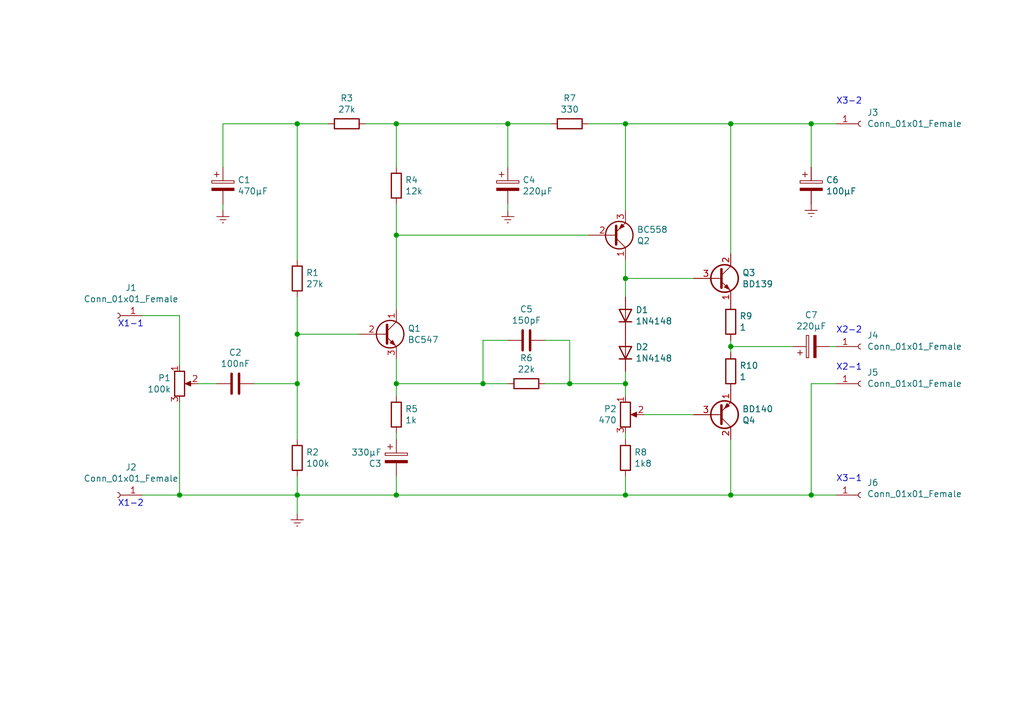
<source format=kicad_sch>
(kicad_sch (version 20211123) (generator eeschema)

  (uuid 56b3b386-65d5-4b78-8733-febc4dd167b7)

  (paper "A5")

  (title_block
    (title "Avdio Ojačevalnik")
    (date "20.10.2022")
    (company "Žan Hribar | E 4.A | Vegova Ljubljana")
  )

  (lib_symbols
    (symbol "Connector:Conn_01x01_Female" (pin_names (offset 1.016) hide) (in_bom yes) (on_board yes)
      (property "Reference" "J" (id 0) (at 0 2.54 0)
        (effects (font (size 1.27 1.27)))
      )
      (property "Value" "Conn_01x01_Female" (id 1) (at 0 -2.54 0)
        (effects (font (size 1.27 1.27)))
      )
      (property "Footprint" "" (id 2) (at 0 0 0)
        (effects (font (size 1.27 1.27)) hide)
      )
      (property "Datasheet" "~" (id 3) (at 0 0 0)
        (effects (font (size 1.27 1.27)) hide)
      )
      (property "ki_keywords" "connector" (id 4) (at 0 0 0)
        (effects (font (size 1.27 1.27)) hide)
      )
      (property "ki_description" "Generic connector, single row, 01x01, script generated (kicad-library-utils/schlib/autogen/connector/)" (id 5) (at 0 0 0)
        (effects (font (size 1.27 1.27)) hide)
      )
      (property "ki_fp_filters" "Connector*:*" (id 6) (at 0 0 0)
        (effects (font (size 1.27 1.27)) hide)
      )
      (symbol "Conn_01x01_Female_1_1"
        (polyline
          (pts
            (xy -1.27 0)
            (xy -0.508 0)
          )
          (stroke (width 0.1524) (type default) (color 0 0 0 0))
          (fill (type none))
        )
        (arc (start 0 0.508) (mid -0.508 0) (end 0 -0.508)
          (stroke (width 0.1524) (type default) (color 0 0 0 0))
          (fill (type none))
        )
        (pin passive line (at -5.08 0 0) (length 3.81)
          (name "Pin_1" (effects (font (size 1.27 1.27))))
          (number "1" (effects (font (size 1.27 1.27))))
        )
      )
    )
    (symbol "Device:C" (pin_numbers hide) (pin_names (offset 0.254)) (in_bom yes) (on_board yes)
      (property "Reference" "C" (id 0) (at 0.635 2.54 0)
        (effects (font (size 1.27 1.27)) (justify left))
      )
      (property "Value" "C" (id 1) (at 0.635 -2.54 0)
        (effects (font (size 1.27 1.27)) (justify left))
      )
      (property "Footprint" "" (id 2) (at 0.9652 -3.81 0)
        (effects (font (size 1.27 1.27)) hide)
      )
      (property "Datasheet" "~" (id 3) (at 0 0 0)
        (effects (font (size 1.27 1.27)) hide)
      )
      (property "ki_keywords" "cap capacitor" (id 4) (at 0 0 0)
        (effects (font (size 1.27 1.27)) hide)
      )
      (property "ki_description" "Unpolarized capacitor" (id 5) (at 0 0 0)
        (effects (font (size 1.27 1.27)) hide)
      )
      (property "ki_fp_filters" "C_*" (id 6) (at 0 0 0)
        (effects (font (size 1.27 1.27)) hide)
      )
      (symbol "C_0_1"
        (polyline
          (pts
            (xy -2.032 -0.762)
            (xy 2.032 -0.762)
          )
          (stroke (width 0.508) (type default) (color 0 0 0 0))
          (fill (type none))
        )
        (polyline
          (pts
            (xy -2.032 0.762)
            (xy 2.032 0.762)
          )
          (stroke (width 0.508) (type default) (color 0 0 0 0))
          (fill (type none))
        )
      )
      (symbol "C_1_1"
        (pin passive line (at 0 3.81 270) (length 2.794)
          (name "~" (effects (font (size 1.27 1.27))))
          (number "1" (effects (font (size 1.27 1.27))))
        )
        (pin passive line (at 0 -3.81 90) (length 2.794)
          (name "~" (effects (font (size 1.27 1.27))))
          (number "2" (effects (font (size 1.27 1.27))))
        )
      )
    )
    (symbol "Device:R" (pin_numbers hide) (pin_names (offset 0)) (in_bom yes) (on_board yes)
      (property "Reference" "R" (id 0) (at 2.032 0 90)
        (effects (font (size 1.27 1.27)))
      )
      (property "Value" "R" (id 1) (at 0 0 90)
        (effects (font (size 1.27 1.27)))
      )
      (property "Footprint" "" (id 2) (at -1.778 0 90)
        (effects (font (size 1.27 1.27)) hide)
      )
      (property "Datasheet" "~" (id 3) (at 0 0 0)
        (effects (font (size 1.27 1.27)) hide)
      )
      (property "ki_keywords" "R res resistor" (id 4) (at 0 0 0)
        (effects (font (size 1.27 1.27)) hide)
      )
      (property "ki_description" "Resistor" (id 5) (at 0 0 0)
        (effects (font (size 1.27 1.27)) hide)
      )
      (property "ki_fp_filters" "R_*" (id 6) (at 0 0 0)
        (effects (font (size 1.27 1.27)) hide)
      )
      (symbol "R_0_1"
        (rectangle (start -1.016 -2.54) (end 1.016 2.54)
          (stroke (width 0.254) (type default) (color 0 0 0 0))
          (fill (type none))
        )
      )
      (symbol "R_1_1"
        (pin passive line (at 0 3.81 270) (length 1.27)
          (name "~" (effects (font (size 1.27 1.27))))
          (number "1" (effects (font (size 1.27 1.27))))
        )
        (pin passive line (at 0 -3.81 90) (length 1.27)
          (name "~" (effects (font (size 1.27 1.27))))
          (number "2" (effects (font (size 1.27 1.27))))
        )
      )
    )
    (symbol "Diode:1N4148" (pin_numbers hide) (pin_names (offset 1.016) hide) (in_bom yes) (on_board yes)
      (property "Reference" "D" (id 0) (at 0 2.54 0)
        (effects (font (size 1.27 1.27)))
      )
      (property "Value" "1N4148" (id 1) (at 0 -2.54 0)
        (effects (font (size 1.27 1.27)))
      )
      (property "Footprint" "Diode_THT:D_DO-35_SOD27_P7.62mm_Horizontal" (id 2) (at 0 -4.445 0)
        (effects (font (size 1.27 1.27)) hide)
      )
      (property "Datasheet" "https://assets.nexperia.com/documents/data-sheet/1N4148_1N4448.pdf" (id 3) (at 0 0 0)
        (effects (font (size 1.27 1.27)) hide)
      )
      (property "ki_keywords" "diode" (id 4) (at 0 0 0)
        (effects (font (size 1.27 1.27)) hide)
      )
      (property "ki_description" "100V 0.15A standard switching diode, DO-35" (id 5) (at 0 0 0)
        (effects (font (size 1.27 1.27)) hide)
      )
      (property "ki_fp_filters" "D*DO?35*" (id 6) (at 0 0 0)
        (effects (font (size 1.27 1.27)) hide)
      )
      (symbol "1N4148_0_1"
        (polyline
          (pts
            (xy -1.27 1.27)
            (xy -1.27 -1.27)
          )
          (stroke (width 0.254) (type default) (color 0 0 0 0))
          (fill (type none))
        )
        (polyline
          (pts
            (xy 1.27 0)
            (xy -1.27 0)
          )
          (stroke (width 0) (type default) (color 0 0 0 0))
          (fill (type none))
        )
        (polyline
          (pts
            (xy 1.27 1.27)
            (xy 1.27 -1.27)
            (xy -1.27 0)
            (xy 1.27 1.27)
          )
          (stroke (width 0.254) (type default) (color 0 0 0 0))
          (fill (type none))
        )
      )
      (symbol "1N4148_1_1"
        (pin passive line (at -3.81 0 0) (length 2.54)
          (name "K" (effects (font (size 1.27 1.27))))
          (number "1" (effects (font (size 1.27 1.27))))
        )
        (pin passive line (at 3.81 0 180) (length 2.54)
          (name "A" (effects (font (size 1.27 1.27))))
          (number "2" (effects (font (size 1.27 1.27))))
        )
      )
    )
    (symbol "Transistor_BJT:BC547" (pin_names (offset 0) hide) (in_bom yes) (on_board yes)
      (property "Reference" "Q" (id 0) (at 5.08 1.905 0)
        (effects (font (size 1.27 1.27)) (justify left))
      )
      (property "Value" "BC547" (id 1) (at 5.08 0 0)
        (effects (font (size 1.27 1.27)) (justify left))
      )
      (property "Footprint" "Package_TO_SOT_THT:TO-92_Inline" (id 2) (at 5.08 -1.905 0)
        (effects (font (size 1.27 1.27) italic) (justify left) hide)
      )
      (property "Datasheet" "https://www.onsemi.com/pub/Collateral/BC550-D.pdf" (id 3) (at 0 0 0)
        (effects (font (size 1.27 1.27)) (justify left) hide)
      )
      (property "ki_keywords" "NPN Transistor" (id 4) (at 0 0 0)
        (effects (font (size 1.27 1.27)) hide)
      )
      (property "ki_description" "0.1A Ic, 45V Vce, Small Signal NPN Transistor, TO-92" (id 5) (at 0 0 0)
        (effects (font (size 1.27 1.27)) hide)
      )
      (property "ki_fp_filters" "TO?92*" (id 6) (at 0 0 0)
        (effects (font (size 1.27 1.27)) hide)
      )
      (symbol "BC547_0_1"
        (polyline
          (pts
            (xy 0 0)
            (xy 0.635 0)
          )
          (stroke (width 0) (type default) (color 0 0 0 0))
          (fill (type none))
        )
        (polyline
          (pts
            (xy 0.635 0.635)
            (xy 2.54 2.54)
          )
          (stroke (width 0) (type default) (color 0 0 0 0))
          (fill (type none))
        )
        (polyline
          (pts
            (xy 0.635 -0.635)
            (xy 2.54 -2.54)
            (xy 2.54 -2.54)
          )
          (stroke (width 0) (type default) (color 0 0 0 0))
          (fill (type none))
        )
        (polyline
          (pts
            (xy 0.635 1.905)
            (xy 0.635 -1.905)
            (xy 0.635 -1.905)
          )
          (stroke (width 0.508) (type default) (color 0 0 0 0))
          (fill (type none))
        )
        (polyline
          (pts
            (xy 1.27 -1.778)
            (xy 1.778 -1.27)
            (xy 2.286 -2.286)
            (xy 1.27 -1.778)
            (xy 1.27 -1.778)
          )
          (stroke (width 0) (type default) (color 0 0 0 0))
          (fill (type outline))
        )
        (circle (center 1.27 0) (radius 2.8194)
          (stroke (width 0.254) (type default) (color 0 0 0 0))
          (fill (type none))
        )
      )
      (symbol "BC547_1_1"
        (pin passive line (at 2.54 5.08 270) (length 2.54)
          (name "C" (effects (font (size 1.27 1.27))))
          (number "1" (effects (font (size 1.27 1.27))))
        )
        (pin input line (at -5.08 0 0) (length 5.08)
          (name "B" (effects (font (size 1.27 1.27))))
          (number "2" (effects (font (size 1.27 1.27))))
        )
        (pin passive line (at 2.54 -5.08 90) (length 2.54)
          (name "E" (effects (font (size 1.27 1.27))))
          (number "3" (effects (font (size 1.27 1.27))))
        )
      )
    )
    (symbol "Transistor_BJT:BC558" (pin_names (offset 0) hide) (in_bom yes) (on_board yes)
      (property "Reference" "Q" (id 0) (at 5.08 1.905 0)
        (effects (font (size 1.27 1.27)) (justify left))
      )
      (property "Value" "BC558" (id 1) (at 5.08 0 0)
        (effects (font (size 1.27 1.27)) (justify left))
      )
      (property "Footprint" "Package_TO_SOT_THT:TO-92_Inline" (id 2) (at 5.08 -1.905 0)
        (effects (font (size 1.27 1.27) italic) (justify left) hide)
      )
      (property "Datasheet" "https://www.onsemi.com/pub/Collateral/BC556BTA-D.pdf" (id 3) (at 0 0 0)
        (effects (font (size 1.27 1.27)) (justify left) hide)
      )
      (property "ki_keywords" "PNP Transistor" (id 4) (at 0 0 0)
        (effects (font (size 1.27 1.27)) hide)
      )
      (property "ki_description" "0.1A Ic, 30V Vce, PNP Small Signal Transistor, TO-92" (id 5) (at 0 0 0)
        (effects (font (size 1.27 1.27)) hide)
      )
      (property "ki_fp_filters" "TO?92*" (id 6) (at 0 0 0)
        (effects (font (size 1.27 1.27)) hide)
      )
      (symbol "BC558_0_1"
        (polyline
          (pts
            (xy 0.635 0.635)
            (xy 2.54 2.54)
          )
          (stroke (width 0) (type default) (color 0 0 0 0))
          (fill (type none))
        )
        (polyline
          (pts
            (xy 0.635 -0.635)
            (xy 2.54 -2.54)
            (xy 2.54 -2.54)
          )
          (stroke (width 0) (type default) (color 0 0 0 0))
          (fill (type none))
        )
        (polyline
          (pts
            (xy 0.635 1.905)
            (xy 0.635 -1.905)
            (xy 0.635 -1.905)
          )
          (stroke (width 0.508) (type default) (color 0 0 0 0))
          (fill (type none))
        )
        (polyline
          (pts
            (xy 2.286 -1.778)
            (xy 1.778 -2.286)
            (xy 1.27 -1.27)
            (xy 2.286 -1.778)
            (xy 2.286 -1.778)
          )
          (stroke (width 0) (type default) (color 0 0 0 0))
          (fill (type outline))
        )
        (circle (center 1.27 0) (radius 2.8194)
          (stroke (width 0.254) (type default) (color 0 0 0 0))
          (fill (type none))
        )
      )
      (symbol "BC558_1_1"
        (pin passive line (at 2.54 5.08 270) (length 2.54)
          (name "C" (effects (font (size 1.27 1.27))))
          (number "1" (effects (font (size 1.27 1.27))))
        )
        (pin input line (at -5.08 0 0) (length 5.715)
          (name "B" (effects (font (size 1.27 1.27))))
          (number "2" (effects (font (size 1.27 1.27))))
        )
        (pin passive line (at 2.54 -5.08 90) (length 2.54)
          (name "E" (effects (font (size 1.27 1.27))))
          (number "3" (effects (font (size 1.27 1.27))))
        )
      )
    )
    (symbol "Transistor_BJT:BD139" (pin_names (offset 0) hide) (in_bom yes) (on_board yes)
      (property "Reference" "Q" (id 0) (at 5.08 1.905 0)
        (effects (font (size 1.27 1.27)) (justify left))
      )
      (property "Value" "BD139" (id 1) (at 5.08 0 0)
        (effects (font (size 1.27 1.27)) (justify left))
      )
      (property "Footprint" "Package_TO_SOT_THT:TO-126-3_Vertical" (id 2) (at 5.08 -1.905 0)
        (effects (font (size 1.27 1.27) italic) (justify left) hide)
      )
      (property "Datasheet" "http://www.st.com/internet/com/TECHNICAL_RESOURCES/TECHNICAL_LITERATURE/DATASHEET/CD00001225.pdf" (id 3) (at 0 0 0)
        (effects (font (size 1.27 1.27)) (justify left) hide)
      )
      (property "ki_keywords" "Low Voltage Transistor" (id 4) (at 0 0 0)
        (effects (font (size 1.27 1.27)) hide)
      )
      (property "ki_description" "1.5A Ic, 80V Vce, Low Voltage Transistor, TO-126" (id 5) (at 0 0 0)
        (effects (font (size 1.27 1.27)) hide)
      )
      (property "ki_fp_filters" "TO?126*" (id 6) (at 0 0 0)
        (effects (font (size 1.27 1.27)) hide)
      )
      (symbol "BD139_0_1"
        (polyline
          (pts
            (xy 0 0)
            (xy 0.635 0)
          )
          (stroke (width 0) (type default) (color 0 0 0 0))
          (fill (type none))
        )
        (polyline
          (pts
            (xy 2.54 -2.54)
            (xy 0.635 -0.635)
          )
          (stroke (width 0) (type default) (color 0 0 0 0))
          (fill (type none))
        )
        (polyline
          (pts
            (xy 2.54 2.54)
            (xy 0.635 0.635)
          )
          (stroke (width 0) (type default) (color 0 0 0 0))
          (fill (type none))
        )
        (polyline
          (pts
            (xy 0.635 1.905)
            (xy 0.635 -1.905)
            (xy 0.635 -1.905)
          )
          (stroke (width 0.508) (type default) (color 0 0 0 0))
          (fill (type outline))
        )
        (polyline
          (pts
            (xy 1.2446 -1.778)
            (xy 1.7526 -1.27)
            (xy 2.286 -2.286)
            (xy 1.2446 -1.778)
            (xy 1.2446 -1.778)
          )
          (stroke (width 0) (type default) (color 0 0 0 0))
          (fill (type outline))
        )
        (circle (center 1.27 0) (radius 2.8194)
          (stroke (width 0.3048) (type default) (color 0 0 0 0))
          (fill (type none))
        )
      )
      (symbol "BD139_1_1"
        (pin passive line (at 2.54 -5.08 90) (length 2.54)
          (name "E" (effects (font (size 1.27 1.27))))
          (number "1" (effects (font (size 1.27 1.27))))
        )
        (pin passive line (at 2.54 5.08 270) (length 2.54)
          (name "C" (effects (font (size 1.27 1.27))))
          (number "2" (effects (font (size 1.27 1.27))))
        )
        (pin input line (at -5.08 0 0) (length 5.08)
          (name "B" (effects (font (size 1.27 1.27))))
          (number "3" (effects (font (size 1.27 1.27))))
        )
      )
    )
    (symbol "Transistor_BJT:BD140" (pin_names (offset 0) hide) (in_bom yes) (on_board yes)
      (property "Reference" "Q" (id 0) (at 5.08 1.905 0)
        (effects (font (size 1.27 1.27)) (justify left))
      )
      (property "Value" "BD140" (id 1) (at 5.08 0 0)
        (effects (font (size 1.27 1.27)) (justify left))
      )
      (property "Footprint" "Package_TO_SOT_THT:TO-126-3_Vertical" (id 2) (at 5.08 -1.905 0)
        (effects (font (size 1.27 1.27) italic) (justify left) hide)
      )
      (property "Datasheet" "http://www.st.com/internet/com/TECHNICAL_RESOURCES/TECHNICAL_LITERATURE/DATASHEET/CD00001225.pdf" (id 3) (at 0 0 0)
        (effects (font (size 1.27 1.27)) (justify left) hide)
      )
      (property "ki_keywords" "Low Voltage Transistor" (id 4) (at 0 0 0)
        (effects (font (size 1.27 1.27)) hide)
      )
      (property "ki_description" "1.5A Ic, 80V Vce, Low Voltage Transistor, TO-126" (id 5) (at 0 0 0)
        (effects (font (size 1.27 1.27)) hide)
      )
      (property "ki_fp_filters" "TO?126*" (id 6) (at 0 0 0)
        (effects (font (size 1.27 1.27)) hide)
      )
      (symbol "BD140_0_1"
        (polyline
          (pts
            (xy 0 0)
            (xy 0.635 0)
          )
          (stroke (width 0) (type default) (color 0 0 0 0))
          (fill (type none))
        )
        (polyline
          (pts
            (xy 2.54 -2.54)
            (xy 0.635 -0.635)
          )
          (stroke (width 0) (type default) (color 0 0 0 0))
          (fill (type none))
        )
        (polyline
          (pts
            (xy 2.54 2.54)
            (xy 0.635 0.635)
          )
          (stroke (width 0) (type default) (color 0 0 0 0))
          (fill (type none))
        )
        (polyline
          (pts
            (xy 0.635 1.905)
            (xy 0.635 -1.905)
            (xy 0.635 -1.905)
          )
          (stroke (width 0.508) (type default) (color 0 0 0 0))
          (fill (type outline))
        )
        (polyline
          (pts
            (xy 1.778 -2.286)
            (xy 2.286 -1.778)
            (xy 1.27 -1.27)
            (xy 1.778 -2.286)
            (xy 1.778 -2.286)
          )
          (stroke (width 0) (type default) (color 0 0 0 0))
          (fill (type outline))
        )
        (circle (center 1.27 0) (radius 2.8194)
          (stroke (width 0.3048) (type default) (color 0 0 0 0))
          (fill (type none))
        )
      )
      (symbol "BD140_1_1"
        (pin passive line (at 2.54 -5.08 90) (length 2.54)
          (name "E" (effects (font (size 1.27 1.27))))
          (number "1" (effects (font (size 1.27 1.27))))
        )
        (pin passive line (at 2.54 5.08 270) (length 2.54)
          (name "C" (effects (font (size 1.27 1.27))))
          (number "2" (effects (font (size 1.27 1.27))))
        )
        (pin input line (at -5.08 0 0) (length 5.08)
          (name "B" (effects (font (size 1.27 1.27))))
          (number "3" (effects (font (size 1.27 1.27))))
        )
      )
    )
    (symbol "avdio_ojačevalnik-rescue:CP-Device" (pin_numbers hide) (pin_names (offset 0.254)) (in_bom yes) (on_board yes)
      (property "Reference" "C" (id 0) (at 0.635 2.54 0)
        (effects (font (size 1.27 1.27)) (justify left))
      )
      (property "Value" "CP-Device" (id 1) (at 0.635 -2.54 0)
        (effects (font (size 1.27 1.27)) (justify left))
      )
      (property "Footprint" "" (id 2) (at 0.9652 -3.81 0)
        (effects (font (size 1.27 1.27)) hide)
      )
      (property "Datasheet" "" (id 3) (at 0 0 0)
        (effects (font (size 1.27 1.27)) hide)
      )
      (property "ki_fp_filters" "CP_*" (id 4) (at 0 0 0)
        (effects (font (size 1.27 1.27)) hide)
      )
      (symbol "CP-Device_0_1"
        (rectangle (start -2.286 0.508) (end 2.286 1.016)
          (stroke (width 0) (type default) (color 0 0 0 0))
          (fill (type none))
        )
        (polyline
          (pts
            (xy -1.778 2.286)
            (xy -0.762 2.286)
          )
          (stroke (width 0) (type default) (color 0 0 0 0))
          (fill (type none))
        )
        (polyline
          (pts
            (xy -1.27 2.794)
            (xy -1.27 1.778)
          )
          (stroke (width 0) (type default) (color 0 0 0 0))
          (fill (type none))
        )
        (rectangle (start 2.286 -0.508) (end -2.286 -1.016)
          (stroke (width 0) (type default) (color 0 0 0 0))
          (fill (type outline))
        )
      )
      (symbol "CP-Device_1_1"
        (pin passive line (at 0 3.81 270) (length 2.794)
          (name "~" (effects (font (size 1.27 1.27))))
          (number "1" (effects (font (size 1.27 1.27))))
        )
        (pin passive line (at 0 -3.81 90) (length 2.794)
          (name "~" (effects (font (size 1.27 1.27))))
          (number "2" (effects (font (size 1.27 1.27))))
        )
      )
    )
    (symbol "avdio_ojačevalnik-rescue:R_POT-Device" (pin_names (offset 1.016) hide) (in_bom yes) (on_board yes)
      (property "Reference" "RV" (id 0) (at -4.445 0 90)
        (effects (font (size 1.27 1.27)))
      )
      (property "Value" "R_POT-Device" (id 1) (at -2.54 0 90)
        (effects (font (size 1.27 1.27)))
      )
      (property "Footprint" "" (id 2) (at 0 0 0)
        (effects (font (size 1.27 1.27)) hide)
      )
      (property "Datasheet" "" (id 3) (at 0 0 0)
        (effects (font (size 1.27 1.27)) hide)
      )
      (property "ki_fp_filters" "Potentiometer*" (id 4) (at 0 0 0)
        (effects (font (size 1.27 1.27)) hide)
      )
      (symbol "R_POT-Device_0_1"
        (polyline
          (pts
            (xy 2.54 0)
            (xy 1.524 0)
          )
          (stroke (width 0) (type default) (color 0 0 0 0))
          (fill (type none))
        )
        (polyline
          (pts
            (xy 1.143 0)
            (xy 2.286 0.508)
            (xy 2.286 -0.508)
            (xy 1.143 0)
          )
          (stroke (width 0) (type default) (color 0 0 0 0))
          (fill (type outline))
        )
        (rectangle (start 1.016 2.54) (end -1.016 -2.54)
          (stroke (width 0.254) (type default) (color 0 0 0 0))
          (fill (type none))
        )
      )
      (symbol "R_POT-Device_1_1"
        (pin passive line (at 0 3.81 270) (length 1.27)
          (name "1" (effects (font (size 1.27 1.27))))
          (number "1" (effects (font (size 1.27 1.27))))
        )
        (pin passive line (at 3.81 0 180) (length 1.27)
          (name "2" (effects (font (size 1.27 1.27))))
          (number "2" (effects (font (size 1.27 1.27))))
        )
        (pin passive line (at 0 -3.81 90) (length 1.27)
          (name "3" (effects (font (size 1.27 1.27))))
          (number "3" (effects (font (size 1.27 1.27))))
        )
      )
    )
    (symbol "power:Earth" (power) (pin_names (offset 0)) (in_bom yes) (on_board yes)
      (property "Reference" "#PWR" (id 0) (at 0 -6.35 0)
        (effects (font (size 1.27 1.27)) hide)
      )
      (property "Value" "Earth" (id 1) (at 0 -3.81 0)
        (effects (font (size 1.27 1.27)) hide)
      )
      (property "Footprint" "" (id 2) (at 0 0 0)
        (effects (font (size 1.27 1.27)) hide)
      )
      (property "Datasheet" "~" (id 3) (at 0 0 0)
        (effects (font (size 1.27 1.27)) hide)
      )
      (property "ki_keywords" "power-flag ground gnd" (id 4) (at 0 0 0)
        (effects (font (size 1.27 1.27)) hide)
      )
      (property "ki_description" "Power symbol creates a global label with name \"Earth\"" (id 5) (at 0 0 0)
        (effects (font (size 1.27 1.27)) hide)
      )
      (symbol "Earth_0_1"
        (polyline
          (pts
            (xy -0.635 -1.905)
            (xy 0.635 -1.905)
          )
          (stroke (width 0) (type default) (color 0 0 0 0))
          (fill (type none))
        )
        (polyline
          (pts
            (xy -0.127 -2.54)
            (xy 0.127 -2.54)
          )
          (stroke (width 0) (type default) (color 0 0 0 0))
          (fill (type none))
        )
        (polyline
          (pts
            (xy 0 -1.27)
            (xy 0 0)
          )
          (stroke (width 0) (type default) (color 0 0 0 0))
          (fill (type none))
        )
        (polyline
          (pts
            (xy 1.27 -1.27)
            (xy -1.27 -1.27)
          )
          (stroke (width 0) (type default) (color 0 0 0 0))
          (fill (type none))
        )
      )
      (symbol "Earth_1_1"
        (pin power_in line (at 0 0 270) (length 0) hide
          (name "Earth" (effects (font (size 1.27 1.27))))
          (number "1" (effects (font (size 1.27 1.27))))
        )
      )
    )
  )

  (junction (at 166.37 25.4) (diameter 0) (color 0 0 0 0)
    (uuid 19e82014-29d9-4b84-b38f-79064b4646c7)
  )
  (junction (at 81.28 78.74) (diameter 0) (color 0 0 0 0)
    (uuid 1c25f21c-2eba-434b-a694-e36a2f71ed8a)
  )
  (junction (at 104.14 25.4) (diameter 0) (color 0 0 0 0)
    (uuid 3077ea49-67ea-49bf-a483-8ac93e4ae750)
  )
  (junction (at 60.96 68.58) (diameter 0) (color 0 0 0 0)
    (uuid 3ec658bd-4393-418e-9891-6ba2dc103054)
  )
  (junction (at 166.37 101.6) (diameter 0) (color 0 0 0 0)
    (uuid 53fd8ecb-35c3-4f06-9439-9974f0f09abd)
  )
  (junction (at 60.96 25.4) (diameter 0) (color 0 0 0 0)
    (uuid 62acd0ba-4788-42ee-83f7-69a72fbe818f)
  )
  (junction (at 149.86 71.12) (diameter 0) (color 0 0 0 0)
    (uuid 648638d8-51f2-414e-b07a-0afbe2dfd08e)
  )
  (junction (at 128.27 101.6) (diameter 0) (color 0 0 0 0)
    (uuid 71afa92d-d7d1-466c-ac70-02530f23eac8)
  )
  (junction (at 36.83 101.6) (diameter 0) (color 0 0 0 0)
    (uuid 7d12fd0a-4d6d-4d97-b156-a6d7e26b3dc4)
  )
  (junction (at 60.96 78.74) (diameter 0) (color 0 0 0 0)
    (uuid 96c10560-d1f4-402d-a6a5-79628be760f1)
  )
  (junction (at 116.84 78.74) (diameter 0) (color 0 0 0 0)
    (uuid 996bebb1-1ac4-46c6-a9b2-8659eed32bf3)
  )
  (junction (at 128.27 57.15) (diameter 0) (color 0 0 0 0)
    (uuid 99ca9b48-dd52-437d-9cf0-7199087d7bcb)
  )
  (junction (at 149.86 25.4) (diameter 0) (color 0 0 0 0)
    (uuid 99d5dc4c-ca6e-452b-8bb7-44621d6e48b1)
  )
  (junction (at 149.86 101.6) (diameter 0) (color 0 0 0 0)
    (uuid 9a0c29d4-66d3-4f40-b062-dae895f3f06c)
  )
  (junction (at 81.28 48.26) (diameter 0) (color 0 0 0 0)
    (uuid 9fe012ed-3026-482e-9cd3-f6689be01a46)
  )
  (junction (at 81.28 25.4) (diameter 0) (color 0 0 0 0)
    (uuid ac7c94fa-eb62-43ad-b088-fd9f4654f52f)
  )
  (junction (at 60.96 101.6) (diameter 0) (color 0 0 0 0)
    (uuid adba2a04-9c3a-4f81-8d31-ee1b7f4a57de)
  )
  (junction (at 128.27 78.74) (diameter 0) (color 0 0 0 0)
    (uuid b18572a8-6c59-4509-9e18-78e36304a2b5)
  )
  (junction (at 99.06 78.74) (diameter 0) (color 0 0 0 0)
    (uuid b59311f5-7beb-4064-a46d-9a902b1b9d26)
  )
  (junction (at 128.27 25.4) (diameter 0) (color 0 0 0 0)
    (uuid c938c1ff-90be-4b77-a271-b956265f6b37)
  )
  (junction (at 81.28 101.6) (diameter 0) (color 0 0 0 0)
    (uuid cebeedf2-bae2-4750-93ed-b19a33be3441)
  )

  (wire (pts (xy 120.65 25.4) (xy 128.27 25.4))
    (stroke (width 0) (type default) (color 0 0 0 0))
    (uuid 0003fabc-95d5-4cc2-86b5-dff7c6a609dc)
  )
  (wire (pts (xy 81.28 48.26) (xy 81.28 63.5))
    (stroke (width 0) (type default) (color 0 0 0 0))
    (uuid 009650d7-ee48-4e66-b086-6ef3ef8735ec)
  )
  (wire (pts (xy 60.96 60.96) (xy 60.96 68.58))
    (stroke (width 0) (type default) (color 0 0 0 0))
    (uuid 02a08b0f-b3a4-44e5-a6b3-801813057a9f)
  )
  (wire (pts (xy 81.28 78.74) (xy 99.06 78.74))
    (stroke (width 0) (type default) (color 0 0 0 0))
    (uuid 06ed089d-d2bc-4b2f-8041-0a2f2a7a7077)
  )
  (wire (pts (xy 104.14 25.4) (xy 113.03 25.4))
    (stroke (width 0) (type default) (color 0 0 0 0))
    (uuid 0d2b26a2-e1fd-4d41-ab9a-ef2ad30a443f)
  )
  (wire (pts (xy 36.83 101.6) (xy 60.96 101.6))
    (stroke (width 0) (type default) (color 0 0 0 0))
    (uuid 110ba92d-8629-4dcc-93e4-4c260907af1c)
  )
  (wire (pts (xy 99.06 69.85) (xy 99.06 78.74))
    (stroke (width 0) (type default) (color 0 0 0 0))
    (uuid 14bdba1e-ed0c-409f-9d02-9da750c2a632)
  )
  (wire (pts (xy 104.14 41.91) (xy 104.14 43.18))
    (stroke (width 0) (type default) (color 0 0 0 0))
    (uuid 15d11f89-8649-4fb2-b6b7-5146f576d151)
  )
  (wire (pts (xy 67.31 25.4) (xy 60.96 25.4))
    (stroke (width 0) (type default) (color 0 0 0 0))
    (uuid 1dac8b52-e616-40c8-a046-16eb549c4292)
  )
  (wire (pts (xy 74.93 25.4) (xy 81.28 25.4))
    (stroke (width 0) (type default) (color 0 0 0 0))
    (uuid 33fe190f-402b-42cd-b95c-56fcbaac5500)
  )
  (wire (pts (xy 45.72 41.91) (xy 45.72 43.18))
    (stroke (width 0) (type default) (color 0 0 0 0))
    (uuid 374a0b27-1903-4450-b0a2-587591e4e473)
  )
  (wire (pts (xy 60.96 101.6) (xy 81.28 101.6))
    (stroke (width 0) (type default) (color 0 0 0 0))
    (uuid 3aed9897-110b-4cb1-af7c-34d9de326cc5)
  )
  (wire (pts (xy 128.27 101.6) (xy 128.27 97.79))
    (stroke (width 0) (type default) (color 0 0 0 0))
    (uuid 3c920fe4-98f4-4ce4-ba88-4757486750af)
  )
  (wire (pts (xy 128.27 25.4) (xy 128.27 43.18))
    (stroke (width 0) (type default) (color 0 0 0 0))
    (uuid 44dacee3-67b7-4538-b81e-821da394218c)
  )
  (wire (pts (xy 81.28 41.91) (xy 81.28 48.26))
    (stroke (width 0) (type default) (color 0 0 0 0))
    (uuid 4991ab04-0b79-4f74-8fd8-ff4e11dc07ea)
  )
  (wire (pts (xy 60.96 53.34) (xy 60.96 25.4))
    (stroke (width 0) (type default) (color 0 0 0 0))
    (uuid 49a2fa52-ebba-46f3-addb-8bb60d85127c)
  )
  (wire (pts (xy 81.28 97.79) (xy 81.28 101.6))
    (stroke (width 0) (type default) (color 0 0 0 0))
    (uuid 5242309e-9f69-4fa6-a533-8102c3c17d90)
  )
  (wire (pts (xy 166.37 25.4) (xy 171.45 25.4))
    (stroke (width 0) (type default) (color 0 0 0 0))
    (uuid 5449ac73-6992-4696-86b9-585ed56e443c)
  )
  (wire (pts (xy 81.28 25.4) (xy 104.14 25.4))
    (stroke (width 0) (type default) (color 0 0 0 0))
    (uuid 55389c8d-91e1-4f3f-9db0-a5a628296380)
  )
  (wire (pts (xy 99.06 78.74) (xy 104.14 78.74))
    (stroke (width 0) (type default) (color 0 0 0 0))
    (uuid 5747f9af-a59d-4083-a66d-cdabb0ce68e9)
  )
  (wire (pts (xy 73.66 68.58) (xy 60.96 68.58))
    (stroke (width 0) (type default) (color 0 0 0 0))
    (uuid 59d33c5c-af1a-4756-b589-98d8b73ec660)
  )
  (wire (pts (xy 60.96 68.58) (xy 60.96 78.74))
    (stroke (width 0) (type default) (color 0 0 0 0))
    (uuid 60540917-d777-4cda-8a3c-cb6ce2a7e607)
  )
  (wire (pts (xy 149.86 69.85) (xy 149.86 71.12))
    (stroke (width 0) (type default) (color 0 0 0 0))
    (uuid 62dfadae-9d12-4dff-af37-4663b6ecf4f7)
  )
  (wire (pts (xy 149.86 52.07) (xy 149.86 25.4))
    (stroke (width 0) (type default) (color 0 0 0 0))
    (uuid 62fe3f9e-a711-4cf6-9327-17c2900cf22d)
  )
  (wire (pts (xy 149.86 25.4) (xy 166.37 25.4))
    (stroke (width 0) (type default) (color 0 0 0 0))
    (uuid 654a3f52-17e7-43db-bd0f-2f87f74b20ff)
  )
  (wire (pts (xy 171.45 71.12) (xy 170.18 71.12))
    (stroke (width 0) (type default) (color 0 0 0 0))
    (uuid 69240017-2eff-45b1-82ed-61ad1b1f1a77)
  )
  (wire (pts (xy 149.86 101.6) (xy 166.37 101.6))
    (stroke (width 0) (type default) (color 0 0 0 0))
    (uuid 75eec015-aa16-400d-ae41-3ec4ed68cc0c)
  )
  (wire (pts (xy 81.28 101.6) (xy 128.27 101.6))
    (stroke (width 0) (type default) (color 0 0 0 0))
    (uuid 7ac56df0-2ba3-4169-9037-86e9bc7be21b)
  )
  (wire (pts (xy 40.64 78.74) (xy 44.45 78.74))
    (stroke (width 0) (type default) (color 0 0 0 0))
    (uuid 82d6daf5-d67e-4136-82d5-9cf4ffbc8ccc)
  )
  (wire (pts (xy 111.76 69.85) (xy 116.84 69.85))
    (stroke (width 0) (type default) (color 0 0 0 0))
    (uuid 86851d37-f3e8-4665-aa9e-eeced39d148f)
  )
  (wire (pts (xy 149.86 71.12) (xy 149.86 72.39))
    (stroke (width 0) (type default) (color 0 0 0 0))
    (uuid 8b5342dc-c440-4dbb-9fbc-bf12d394b3e1)
  )
  (wire (pts (xy 104.14 69.85) (xy 99.06 69.85))
    (stroke (width 0) (type default) (color 0 0 0 0))
    (uuid 8cda9499-4870-49c2-8046-4b9c204f50a0)
  )
  (wire (pts (xy 111.76 78.74) (xy 116.84 78.74))
    (stroke (width 0) (type default) (color 0 0 0 0))
    (uuid 8f1238ab-0d82-499b-93d9-0cdf685833eb)
  )
  (wire (pts (xy 36.83 64.77) (xy 36.83 74.93))
    (stroke (width 0) (type default) (color 0 0 0 0))
    (uuid a1e7a025-5e3f-498e-95a0-e5adedd4bf35)
  )
  (wire (pts (xy 81.28 34.29) (xy 81.28 25.4))
    (stroke (width 0) (type default) (color 0 0 0 0))
    (uuid a5f6a257-6430-4129-ac17-8f497d84acaa)
  )
  (wire (pts (xy 142.24 57.15) (xy 128.27 57.15))
    (stroke (width 0) (type default) (color 0 0 0 0))
    (uuid aabfb142-8d87-4609-8b9d-29caf2a76b74)
  )
  (wire (pts (xy 128.27 76.2) (xy 128.27 78.74))
    (stroke (width 0) (type default) (color 0 0 0 0))
    (uuid ac5878d9-3465-412f-a11a-45a0ff2940eb)
  )
  (wire (pts (xy 166.37 78.74) (xy 171.45 78.74))
    (stroke (width 0) (type default) (color 0 0 0 0))
    (uuid ad15ee9e-55ee-4597-93b4-8f7d5b7ae748)
  )
  (wire (pts (xy 149.86 101.6) (xy 128.27 101.6))
    (stroke (width 0) (type default) (color 0 0 0 0))
    (uuid aef141ee-69c9-47eb-9951-85566c2d469c)
  )
  (wire (pts (xy 60.96 101.6) (xy 60.96 105.41))
    (stroke (width 0) (type default) (color 0 0 0 0))
    (uuid af45f469-5e67-4911-8c33-92ad6e09578d)
  )
  (wire (pts (xy 81.28 90.17) (xy 81.28 88.9))
    (stroke (width 0) (type default) (color 0 0 0 0))
    (uuid b82d3823-e6bd-4f3a-a8b3-0adbfc985d0c)
  )
  (wire (pts (xy 166.37 34.29) (xy 166.37 25.4))
    (stroke (width 0) (type default) (color 0 0 0 0))
    (uuid bd7d4670-a7d2-4ac6-b7c8-5475701bc21d)
  )
  (wire (pts (xy 36.83 82.55) (xy 36.83 101.6))
    (stroke (width 0) (type default) (color 0 0 0 0))
    (uuid c1832df3-b0d1-493e-94df-6b6414c412e7)
  )
  (wire (pts (xy 132.08 85.09) (xy 142.24 85.09))
    (stroke (width 0) (type default) (color 0 0 0 0))
    (uuid c57d0e74-5b1b-404a-855f-b8c0a9273b26)
  )
  (wire (pts (xy 60.96 25.4) (xy 45.72 25.4))
    (stroke (width 0) (type default) (color 0 0 0 0))
    (uuid cb242581-502b-4963-a739-4a262460e76c)
  )
  (wire (pts (xy 45.72 25.4) (xy 45.72 34.29))
    (stroke (width 0) (type default) (color 0 0 0 0))
    (uuid cb40a707-1745-4a70-a0da-30aa08739ad5)
  )
  (wire (pts (xy 52.07 78.74) (xy 60.96 78.74))
    (stroke (width 0) (type default) (color 0 0 0 0))
    (uuid cdf6a950-78a3-4251-9155-9e6aa971b89f)
  )
  (wire (pts (xy 149.86 90.17) (xy 149.86 101.6))
    (stroke (width 0) (type default) (color 0 0 0 0))
    (uuid ce3bf0d6-2f74-4f53-81c9-9ab7cd514fb9)
  )
  (wire (pts (xy 60.96 97.79) (xy 60.96 101.6))
    (stroke (width 0) (type default) (color 0 0 0 0))
    (uuid d391e41a-10ce-42ac-a411-26493d49ed1a)
  )
  (wire (pts (xy 128.27 90.17) (xy 128.27 88.9))
    (stroke (width 0) (type default) (color 0 0 0 0))
    (uuid d7ab492e-821f-4424-aa6d-e0eedf7120ed)
  )
  (wire (pts (xy 81.28 73.66) (xy 81.28 78.74))
    (stroke (width 0) (type default) (color 0 0 0 0))
    (uuid d83566e3-c0b7-44b7-aea0-2ef70467771e)
  )
  (wire (pts (xy 81.28 81.28) (xy 81.28 78.74))
    (stroke (width 0) (type default) (color 0 0 0 0))
    (uuid d8759e5a-70fc-4a15-b3fa-ddb45a7f2fb8)
  )
  (wire (pts (xy 36.83 64.77) (xy 29.21 64.77))
    (stroke (width 0) (type default) (color 0 0 0 0))
    (uuid d9c1a9b5-ca6f-46b9-92d6-aeaca14b8016)
  )
  (wire (pts (xy 166.37 101.6) (xy 171.45 101.6))
    (stroke (width 0) (type default) (color 0 0 0 0))
    (uuid da75db65-e357-4014-aeaa-f3ac56aed024)
  )
  (wire (pts (xy 116.84 69.85) (xy 116.84 78.74))
    (stroke (width 0) (type default) (color 0 0 0 0))
    (uuid db8d8112-53cf-4e5e-a905-c8db487ddca1)
  )
  (wire (pts (xy 162.56 71.12) (xy 149.86 71.12))
    (stroke (width 0) (type default) (color 0 0 0 0))
    (uuid e1366eab-a8fe-44c4-8c9a-968c86f035c2)
  )
  (wire (pts (xy 128.27 53.34) (xy 128.27 57.15))
    (stroke (width 0) (type default) (color 0 0 0 0))
    (uuid e4e29641-b5dc-4fd2-bfe2-072e20db983e)
  )
  (wire (pts (xy 116.84 78.74) (xy 128.27 78.74))
    (stroke (width 0) (type default) (color 0 0 0 0))
    (uuid e59431ed-ea75-4aa4-976f-0039d6c7f917)
  )
  (wire (pts (xy 128.27 57.15) (xy 128.27 60.96))
    (stroke (width 0) (type default) (color 0 0 0 0))
    (uuid eab67d08-fc68-46de-b9b5-01fc2e4a86ad)
  )
  (wire (pts (xy 149.86 25.4) (xy 128.27 25.4))
    (stroke (width 0) (type default) (color 0 0 0 0))
    (uuid f01fbc4c-74ff-41d1-b723-a6b90ab880e1)
  )
  (wire (pts (xy 120.65 48.26) (xy 81.28 48.26))
    (stroke (width 0) (type default) (color 0 0 0 0))
    (uuid f4fb209a-b970-41cd-b2cc-a092f491fb88)
  )
  (wire (pts (xy 166.37 78.74) (xy 166.37 101.6))
    (stroke (width 0) (type default) (color 0 0 0 0))
    (uuid f81012a0-86e4-4cc9-bf03-4bbed88ebb42)
  )
  (wire (pts (xy 29.21 101.6) (xy 36.83 101.6))
    (stroke (width 0) (type default) (color 0 0 0 0))
    (uuid f9bc43b1-a64a-4a3e-af3e-8b35e9cde9d1)
  )
  (wire (pts (xy 104.14 34.29) (xy 104.14 25.4))
    (stroke (width 0) (type default) (color 0 0 0 0))
    (uuid fae27575-7819-426a-a8bb-cfb71bc41d4f)
  )
  (wire (pts (xy 128.27 78.74) (xy 128.27 81.28))
    (stroke (width 0) (type default) (color 0 0 0 0))
    (uuid fd2c2349-c624-44e5-8a48-bcb82a36dce2)
  )
  (wire (pts (xy 60.96 78.74) (xy 60.96 90.17))
    (stroke (width 0) (type default) (color 0 0 0 0))
    (uuid ff8df14c-eeb0-403c-b580-b658919acb12)
  )

  (text "X1-2" (at 24.13 104.14 0)
    (effects (font (size 1.27 1.27)) (justify left bottom))
    (uuid 1cea06b7-4889-40f2-83d1-faa20690ef1a)
  )
  (text "X3-2" (at 171.45 21.59 0)
    (effects (font (size 1.27 1.27)) (justify left bottom))
    (uuid 559dbfec-7871-4b16-b83a-7d8ce7317aa5)
  )
  (text "X2-1" (at 171.45 76.2 0)
    (effects (font (size 1.27 1.27)) (justify left bottom))
    (uuid 5b58aab0-bb66-42b8-8680-c2b7e28d6149)
  )
  (text "X1-1" (at 24.13 67.31 0)
    (effects (font (size 1.27 1.27)) (justify left bottom))
    (uuid 69f72a4a-d2f2-44e0-9355-793b10dec1b5)
  )
  (text "X3-1\n" (at 171.45 99.06 0)
    (effects (font (size 1.27 1.27)) (justify left bottom))
    (uuid 978dbe80-39ed-407d-be60-ac34e5fb9121)
  )
  (text "X2-2\n" (at 171.45 68.58 0)
    (effects (font (size 1.27 1.27)) (justify left bottom))
    (uuid a9d49b6c-ccd9-45ec-ab57-b5648e481dfa)
  )

  (symbol (lib_id "avdio_ojačevalnik-rescue:R_POT-Device") (at 36.83 78.74 0) (unit 1)
    (in_bom yes) (on_board yes)
    (uuid 00000000-0000-0000-0000-00006318dbdb)
    (property "Reference" "P1" (id 0) (at 35.0774 77.5716 0)
      (effects (font (size 1.27 1.27)) (justify right))
    )
    (property "Value" "" (id 1) (at 35.0774 79.883 0)
      (effects (font (size 1.27 1.27)) (justify right))
    )
    (property "Footprint" "" (id 2) (at 36.83 78.74 0)
      (effects (font (size 1.27 1.27)) hide)
    )
    (property "Datasheet" "~" (id 3) (at 36.83 78.74 0)
      (effects (font (size 1.27 1.27)) hide)
    )
    (pin "1" (uuid 5b7d7e35-8f4c-4a99-baf5-25d30649336a))
    (pin "2" (uuid b92200da-cbd8-4221-a8b2-36e8597cb41d))
    (pin "3" (uuid ab004125-d28f-4642-ba90-19c6ec3c305d))
  )

  (symbol (lib_id "Device:C") (at 48.26 78.74 270) (unit 1)
    (in_bom yes) (on_board yes)
    (uuid 00000000-0000-0000-0000-00006318f632)
    (property "Reference" "C2" (id 0) (at 48.26 72.3392 90))
    (property "Value" "" (id 1) (at 48.26 74.6506 90))
    (property "Footprint" "" (id 2) (at 44.45 79.7052 0)
      (effects (font (size 1.27 1.27)) hide)
    )
    (property "Datasheet" "~" (id 3) (at 48.26 78.74 0)
      (effects (font (size 1.27 1.27)) hide)
    )
    (pin "1" (uuid 5608b194-429a-4695-9b75-ce5de2132609))
    (pin "2" (uuid 19ad6de1-f2f0-4eb4-a988-90300e8fd75f))
  )

  (symbol (lib_id "Device:R") (at 60.96 57.15 0) (unit 1)
    (in_bom yes) (on_board yes)
    (uuid 00000000-0000-0000-0000-00006318fc0b)
    (property "Reference" "R1" (id 0) (at 62.738 55.9816 0)
      (effects (font (size 1.27 1.27)) (justify left))
    )
    (property "Value" "" (id 1) (at 62.738 58.293 0)
      (effects (font (size 1.27 1.27)) (justify left))
    )
    (property "Footprint" "" (id 2) (at 59.182 57.15 90)
      (effects (font (size 1.27 1.27)) hide)
    )
    (property "Datasheet" "~" (id 3) (at 60.96 57.15 0)
      (effects (font (size 1.27 1.27)) hide)
    )
    (pin "1" (uuid 116c79a8-8d95-4147-bfa9-bea347f8d215))
    (pin "2" (uuid dc2dc89e-d87f-43bb-84dd-67fc517aba2c))
  )

  (symbol (lib_id "Device:R") (at 60.96 93.98 0) (unit 1)
    (in_bom yes) (on_board yes)
    (uuid 00000000-0000-0000-0000-000063190614)
    (property "Reference" "R2" (id 0) (at 62.738 92.8116 0)
      (effects (font (size 1.27 1.27)) (justify left))
    )
    (property "Value" "" (id 1) (at 62.738 95.123 0)
      (effects (font (size 1.27 1.27)) (justify left))
    )
    (property "Footprint" "" (id 2) (at 59.182 93.98 90)
      (effects (font (size 1.27 1.27)) hide)
    )
    (property "Datasheet" "~" (id 3) (at 60.96 93.98 0)
      (effects (font (size 1.27 1.27)) hide)
    )
    (pin "1" (uuid e4fef3d5-96e6-4f96-8771-5a142415eb46))
    (pin "2" (uuid 4af51ef9-c4b0-431c-b511-c8dbb007be71))
  )

  (symbol (lib_id "power:Earth") (at 60.96 105.41 0) (unit 1)
    (in_bom yes) (on_board yes)
    (uuid 00000000-0000-0000-0000-000063191bc5)
    (property "Reference" "#PWR0101" (id 0) (at 60.96 111.76 0)
      (effects (font (size 1.27 1.27)) hide)
    )
    (property "Value" "" (id 1) (at 60.96 109.22 0)
      (effects (font (size 1.27 1.27)) hide)
    )
    (property "Footprint" "" (id 2) (at 60.96 105.41 0)
      (effects (font (size 1.27 1.27)) hide)
    )
    (property "Datasheet" "~" (id 3) (at 60.96 105.41 0)
      (effects (font (size 1.27 1.27)) hide)
    )
    (pin "1" (uuid e0a638bd-252b-430b-b07f-b175732d68c8))
  )

  (symbol (lib_id "Device:R") (at 81.28 85.09 0) (unit 1)
    (in_bom yes) (on_board yes)
    (uuid 00000000-0000-0000-0000-00006319245d)
    (property "Reference" "R5" (id 0) (at 83.058 83.9216 0)
      (effects (font (size 1.27 1.27)) (justify left))
    )
    (property "Value" "" (id 1) (at 83.058 86.233 0)
      (effects (font (size 1.27 1.27)) (justify left))
    )
    (property "Footprint" "" (id 2) (at 79.502 85.09 90)
      (effects (font (size 1.27 1.27)) hide)
    )
    (property "Datasheet" "~" (id 3) (at 81.28 85.09 0)
      (effects (font (size 1.27 1.27)) hide)
    )
    (pin "1" (uuid de666844-d680-46ee-bbdb-892716b27cdb))
    (pin "2" (uuid 44d260d9-b9ee-40bb-aa64-a09ca42bdde8))
  )

  (symbol (lib_id "Device:R") (at 81.28 38.1 0) (unit 1)
    (in_bom yes) (on_board yes)
    (uuid 00000000-0000-0000-0000-000063193732)
    (property "Reference" "R4" (id 0) (at 83.058 36.9316 0)
      (effects (font (size 1.27 1.27)) (justify left))
    )
    (property "Value" "" (id 1) (at 83.058 39.243 0)
      (effects (font (size 1.27 1.27)) (justify left))
    )
    (property "Footprint" "" (id 2) (at 79.502 38.1 90)
      (effects (font (size 1.27 1.27)) hide)
    )
    (property "Datasheet" "~" (id 3) (at 81.28 38.1 0)
      (effects (font (size 1.27 1.27)) hide)
    )
    (pin "1" (uuid 39d00007-9739-4361-9a41-5bba942abaa0))
    (pin "2" (uuid f34a6856-e404-4681-a4d2-24aafe6d83d3))
  )

  (symbol (lib_id "avdio_ojačevalnik-rescue:CP-Device") (at 45.72 38.1 0) (unit 1)
    (in_bom yes) (on_board yes)
    (uuid 00000000-0000-0000-0000-0000631938ab)
    (property "Reference" "C1" (id 0) (at 48.7172 36.9316 0)
      (effects (font (size 1.27 1.27)) (justify left))
    )
    (property "Value" "" (id 1) (at 48.7172 39.243 0)
      (effects (font (size 1.27 1.27)) (justify left))
    )
    (property "Footprint" "" (id 2) (at 46.6852 41.91 0)
      (effects (font (size 1.27 1.27)) hide)
    )
    (property "Datasheet" "~" (id 3) (at 45.72 38.1 0)
      (effects (font (size 1.27 1.27)) hide)
    )
    (pin "1" (uuid 86858674-4f95-4ea6-b823-2b4147234a3a))
    (pin "2" (uuid c9fad4af-6591-439b-8ed1-4cba9b437e36))
  )

  (symbol (lib_id "power:Earth") (at 45.72 43.18 0) (unit 1)
    (in_bom yes) (on_board yes)
    (uuid 00000000-0000-0000-0000-000063195781)
    (property "Reference" "#PWR0102" (id 0) (at 45.72 49.53 0)
      (effects (font (size 1.27 1.27)) hide)
    )
    (property "Value" "" (id 1) (at 45.72 46.99 0)
      (effects (font (size 1.27 1.27)) hide)
    )
    (property "Footprint" "" (id 2) (at 45.72 43.18 0)
      (effects (font (size 1.27 1.27)) hide)
    )
    (property "Datasheet" "~" (id 3) (at 45.72 43.18 0)
      (effects (font (size 1.27 1.27)) hide)
    )
    (pin "1" (uuid 165fb61c-fc43-4c71-b467-38a3397ee539))
  )

  (symbol (lib_id "avdio_ojačevalnik-rescue:CP-Device") (at 104.14 38.1 0) (unit 1)
    (in_bom yes) (on_board yes)
    (uuid 00000000-0000-0000-0000-00006319c832)
    (property "Reference" "C4" (id 0) (at 107.1372 36.9316 0)
      (effects (font (size 1.27 1.27)) (justify left))
    )
    (property "Value" "" (id 1) (at 107.1372 39.243 0)
      (effects (font (size 1.27 1.27)) (justify left))
    )
    (property "Footprint" "" (id 2) (at 105.1052 41.91 0)
      (effects (font (size 1.27 1.27)) hide)
    )
    (property "Datasheet" "~" (id 3) (at 104.14 38.1 0)
      (effects (font (size 1.27 1.27)) hide)
    )
    (pin "1" (uuid 21e57b8e-d72e-4611-9f81-c2e10af251de))
    (pin "2" (uuid e4a5fd9a-15e3-4c17-9be0-f11c7861de84))
  )

  (symbol (lib_id "power:Earth") (at 104.14 43.18 0) (unit 1)
    (in_bom yes) (on_board yes)
    (uuid 00000000-0000-0000-0000-00006319c838)
    (property "Reference" "#PWR0103" (id 0) (at 104.14 49.53 0)
      (effects (font (size 1.27 1.27)) hide)
    )
    (property "Value" "" (id 1) (at 104.14 46.99 0)
      (effects (font (size 1.27 1.27)) hide)
    )
    (property "Footprint" "" (id 2) (at 104.14 43.18 0)
      (effects (font (size 1.27 1.27)) hide)
    )
    (property "Datasheet" "~" (id 3) (at 104.14 43.18 0)
      (effects (font (size 1.27 1.27)) hide)
    )
    (pin "1" (uuid 5b7ee127-58de-477b-b30b-4a70ba0f8530))
  )

  (symbol (lib_id "Device:R") (at 116.84 25.4 90) (unit 1)
    (in_bom yes) (on_board yes)
    (uuid 00000000-0000-0000-0000-00006319cd88)
    (property "Reference" "R7" (id 0) (at 116.84 20.1422 90))
    (property "Value" "" (id 1) (at 116.84 22.4536 90))
    (property "Footprint" "" (id 2) (at 116.84 27.178 90)
      (effects (font (size 1.27 1.27)) hide)
    )
    (property "Datasheet" "~" (id 3) (at 116.84 25.4 0)
      (effects (font (size 1.27 1.27)) hide)
    )
    (pin "1" (uuid 7874c194-33d8-4c82-a2f9-eef6f371ee32))
    (pin "2" (uuid 7711b7e2-8c0d-465b-8ede-e4820c415008))
  )

  (symbol (lib_id "Device:R") (at 107.95 78.74 90) (unit 1)
    (in_bom yes) (on_board yes)
    (uuid 00000000-0000-0000-0000-0000631a33ee)
    (property "Reference" "R6" (id 0) (at 107.95 73.4822 90))
    (property "Value" "" (id 1) (at 107.95 75.7936 90))
    (property "Footprint" "" (id 2) (at 107.95 80.518 90)
      (effects (font (size 1.27 1.27)) hide)
    )
    (property "Datasheet" "~" (id 3) (at 107.95 78.74 0)
      (effects (font (size 1.27 1.27)) hide)
    )
    (pin "1" (uuid 63f31606-3ed3-4859-aab0-d3e5843f2014))
    (pin "2" (uuid f7c8c15c-bb6e-46a5-8549-6535a3a202b5))
  )

  (symbol (lib_id "Device:C") (at 107.95 69.85 270) (unit 1)
    (in_bom yes) (on_board yes)
    (uuid 00000000-0000-0000-0000-0000631a3da8)
    (property "Reference" "C5" (id 0) (at 107.95 63.4492 90))
    (property "Value" "" (id 1) (at 107.95 65.7606 90))
    (property "Footprint" "" (id 2) (at 104.14 70.8152 0)
      (effects (font (size 1.27 1.27)) hide)
    )
    (property "Datasheet" "~" (id 3) (at 107.95 69.85 0)
      (effects (font (size 1.27 1.27)) hide)
    )
    (pin "1" (uuid bfafdd00-4902-4201-8c3f-e9ec73ee17ce))
    (pin "2" (uuid febb0946-bc3d-40bb-a3ac-516366f80a7f))
  )

  (symbol (lib_id "Device:R") (at 128.27 93.98 0) (unit 1)
    (in_bom yes) (on_board yes)
    (uuid 00000000-0000-0000-0000-0000631a4987)
    (property "Reference" "R8" (id 0) (at 130.048 92.8116 0)
      (effects (font (size 1.27 1.27)) (justify left))
    )
    (property "Value" "" (id 1) (at 130.048 95.123 0)
      (effects (font (size 1.27 1.27)) (justify left))
    )
    (property "Footprint" "" (id 2) (at 126.492 93.98 90)
      (effects (font (size 1.27 1.27)) hide)
    )
    (property "Datasheet" "~" (id 3) (at 128.27 93.98 0)
      (effects (font (size 1.27 1.27)) hide)
    )
    (pin "1" (uuid 7e2be21d-bc81-42f7-a7e3-f94e30b595e5))
    (pin "2" (uuid 8690e249-5a1e-415f-83c3-6fd08b31091d))
  )

  (symbol (lib_id "avdio_ojačevalnik-rescue:R_POT-Device") (at 128.27 85.09 0) (unit 1)
    (in_bom yes) (on_board yes)
    (uuid 00000000-0000-0000-0000-0000631a5479)
    (property "Reference" "P2" (id 0) (at 126.5174 83.9216 0)
      (effects (font (size 1.27 1.27)) (justify right))
    )
    (property "Value" "" (id 1) (at 126.5174 86.233 0)
      (effects (font (size 1.27 1.27)) (justify right))
    )
    (property "Footprint" "" (id 2) (at 128.27 85.09 0)
      (effects (font (size 1.27 1.27)) hide)
    )
    (property "Datasheet" "~" (id 3) (at 128.27 85.09 0)
      (effects (font (size 1.27 1.27)) hide)
    )
    (pin "1" (uuid 0bbd35e7-d017-43ce-a9f4-ac55be38fdf9))
    (pin "2" (uuid 60266525-d36b-4dbb-8a8d-382562f809d2))
    (pin "3" (uuid e1f0aa02-3f87-4282-a3c3-61843dd95763))
  )

  (symbol (lib_id "Device:R") (at 149.86 76.2 0) (unit 1)
    (in_bom yes) (on_board yes)
    (uuid 00000000-0000-0000-0000-0000631aa0dc)
    (property "Reference" "R10" (id 0) (at 151.638 75.0316 0)
      (effects (font (size 1.27 1.27)) (justify left))
    )
    (property "Value" "" (id 1) (at 151.638 77.343 0)
      (effects (font (size 1.27 1.27)) (justify left))
    )
    (property "Footprint" "" (id 2) (at 148.082 76.2 90)
      (effects (font (size 1.27 1.27)) hide)
    )
    (property "Datasheet" "~" (id 3) (at 149.86 76.2 0)
      (effects (font (size 1.27 1.27)) hide)
    )
    (pin "1" (uuid ff2e0908-4889-4e57-8f00-13d400007b4e))
    (pin "2" (uuid ba3d53ce-acc1-422d-a9e5-20bc2cfbd57b))
  )

  (symbol (lib_id "Device:R") (at 149.86 66.04 0) (unit 1)
    (in_bom yes) (on_board yes)
    (uuid 00000000-0000-0000-0000-0000631aaa64)
    (property "Reference" "R9" (id 0) (at 151.638 64.8716 0)
      (effects (font (size 1.27 1.27)) (justify left))
    )
    (property "Value" "" (id 1) (at 151.638 67.183 0)
      (effects (font (size 1.27 1.27)) (justify left))
    )
    (property "Footprint" "" (id 2) (at 148.082 66.04 90)
      (effects (font (size 1.27 1.27)) hide)
    )
    (property "Datasheet" "~" (id 3) (at 149.86 66.04 0)
      (effects (font (size 1.27 1.27)) hide)
    )
    (pin "1" (uuid b2a4ee10-3434-4034-8775-99f8628a62cc))
    (pin "2" (uuid 51785f22-acdc-4e1f-aef5-82ac333ca945))
  )

  (symbol (lib_id "Device:R") (at 71.12 25.4 90) (unit 1)
    (in_bom yes) (on_board yes)
    (uuid 00000000-0000-0000-0000-0000631b0ab8)
    (property "Reference" "R3" (id 0) (at 71.12 20.1422 90))
    (property "Value" "" (id 1) (at 71.12 22.4536 90))
    (property "Footprint" "" (id 2) (at 71.12 27.178 90)
      (effects (font (size 1.27 1.27)) hide)
    )
    (property "Datasheet" "~" (id 3) (at 71.12 25.4 0)
      (effects (font (size 1.27 1.27)) hide)
    )
    (pin "1" (uuid 2aebc20c-1d01-4307-a816-2f0414ed5f08))
    (pin "2" (uuid 6dc26f0b-929b-492b-87b3-081c62d28e79))
  )

  (symbol (lib_id "avdio_ojačevalnik-rescue:CP-Device") (at 166.37 38.1 0) (unit 1)
    (in_bom yes) (on_board yes)
    (uuid 00000000-0000-0000-0000-0000631b1d6d)
    (property "Reference" "C6" (id 0) (at 169.3672 36.9316 0)
      (effects (font (size 1.27 1.27)) (justify left))
    )
    (property "Value" "" (id 1) (at 169.3672 39.243 0)
      (effects (font (size 1.27 1.27)) (justify left))
    )
    (property "Footprint" "" (id 2) (at 167.3352 41.91 0)
      (effects (font (size 1.27 1.27)) hide)
    )
    (property "Datasheet" "~" (id 3) (at 166.37 38.1 0)
      (effects (font (size 1.27 1.27)) hide)
    )
    (pin "1" (uuid e5384c04-29bc-42bc-a41e-8b60468d15fd))
    (pin "2" (uuid e07c8036-0c0b-444c-a873-deb674f40387))
  )

  (symbol (lib_id "power:Earth") (at 166.37 41.91 0) (unit 1)
    (in_bom yes) (on_board yes)
    (uuid 00000000-0000-0000-0000-0000631b1d73)
    (property "Reference" "#PWR0104" (id 0) (at 166.37 48.26 0)
      (effects (font (size 1.27 1.27)) hide)
    )
    (property "Value" "" (id 1) (at 166.37 45.72 0)
      (effects (font (size 1.27 1.27)) hide)
    )
    (property "Footprint" "" (id 2) (at 166.37 41.91 0)
      (effects (font (size 1.27 1.27)) hide)
    )
    (property "Datasheet" "~" (id 3) (at 166.37 41.91 0)
      (effects (font (size 1.27 1.27)) hide)
    )
    (pin "1" (uuid ff790db2-3634-4e52-89f0-ae79cd6c124c))
  )

  (symbol (lib_id "avdio_ojačevalnik-rescue:CP-Device") (at 166.37 71.12 90) (unit 1)
    (in_bom yes) (on_board yes)
    (uuid 00000000-0000-0000-0000-0000631b3146)
    (property "Reference" "C7" (id 0) (at 166.37 64.643 90))
    (property "Value" "220µF" (id 1) (at 166.37 66.9544 90))
    (property "Footprint" "Capacitor_THT:CP_Radial_D10.0mm_P7.50mm" (id 2) (at 170.18 70.1548 0)
      (effects (font (size 1.27 1.27)) hide)
    )
    (property "Datasheet" "~" (id 3) (at 166.37 71.12 0)
      (effects (font (size 1.27 1.27)) hide)
    )
    (pin "1" (uuid db7a6903-aab6-4991-9587-f816c1eb3e9d))
    (pin "2" (uuid d165c23c-2d57-4850-9cb3-675e36274a74))
  )

  (symbol (lib_id "avdio_ojačevalnik-rescue:CP-Device") (at 81.28 93.98 0) (unit 1)
    (in_bom yes) (on_board yes)
    (uuid 00000000-0000-0000-0000-0000631d16c7)
    (property "Reference" "C3" (id 0) (at 78.2828 95.1484 0)
      (effects (font (size 1.27 1.27)) (justify right))
    )
    (property "Value" "" (id 1) (at 78.2828 92.837 0)
      (effects (font (size 1.27 1.27)) (justify right))
    )
    (property "Footprint" "" (id 2) (at 82.2452 97.79 0)
      (effects (font (size 1.27 1.27)) hide)
    )
    (property "Datasheet" "~" (id 3) (at 81.28 93.98 0)
      (effects (font (size 1.27 1.27)) hide)
    )
    (pin "1" (uuid 8b5817e4-df16-42ad-b403-8e8a66e02dd4))
    (pin "2" (uuid 3d6a4c39-6c80-466e-afdd-a5bd3b4eec93))
  )

  (symbol (lib_id "Diode:1N4148") (at 128.27 64.77 90) (unit 1)
    (in_bom yes) (on_board yes)
    (uuid 00000000-0000-0000-0000-00006354f76c)
    (property "Reference" "D1" (id 0) (at 130.302 63.6016 90)
      (effects (font (size 1.27 1.27)) (justify right))
    )
    (property "Value" "" (id 1) (at 130.302 65.913 90)
      (effects (font (size 1.27 1.27)) (justify right))
    )
    (property "Footprint" "" (id 2) (at 132.715 64.77 0)
      (effects (font (size 1.27 1.27)) hide)
    )
    (property "Datasheet" "https://assets.nexperia.com/documents/data-sheet/1N4148_1N4448.pdf" (id 3) (at 128.27 64.77 0)
      (effects (font (size 1.27 1.27)) hide)
    )
    (pin "1" (uuid c9286ec1-72ae-4a85-8442-93c1a4180b1a))
    (pin "2" (uuid 68f3b887-a1b7-4faf-84f5-848db359cc22))
  )

  (symbol (lib_id "Diode:1N4148") (at 128.27 72.39 90) (unit 1)
    (in_bom yes) (on_board yes)
    (uuid 00000000-0000-0000-0000-00006355214a)
    (property "Reference" "D2" (id 0) (at 130.302 71.2216 90)
      (effects (font (size 1.27 1.27)) (justify right))
    )
    (property "Value" "" (id 1) (at 130.302 73.533 90)
      (effects (font (size 1.27 1.27)) (justify right))
    )
    (property "Footprint" "" (id 2) (at 132.715 72.39 0)
      (effects (font (size 1.27 1.27)) hide)
    )
    (property "Datasheet" "https://assets.nexperia.com/documents/data-sheet/1N4148_1N4448.pdf" (id 3) (at 128.27 72.39 0)
      (effects (font (size 1.27 1.27)) hide)
    )
    (pin "1" (uuid 5be7c97a-e7b6-45c8-9f59-cb26947e1151))
    (pin "2" (uuid ef9a2002-46c0-407e-ae26-d8ffee591332))
  )

  (symbol (lib_id "Connector:Conn_01x01_Female") (at 24.13 64.77 180) (unit 1)
    (in_bom yes) (on_board yes)
    (uuid 00000000-0000-0000-0000-000063566273)
    (property "Reference" "J1" (id 0) (at 26.8732 59.055 0))
    (property "Value" "" (id 1) (at 26.8732 61.3664 0))
    (property "Footprint" "" (id 2) (at 24.13 64.77 0)
      (effects (font (size 1.27 1.27)) hide)
    )
    (property "Datasheet" "~" (id 3) (at 24.13 64.77 0)
      (effects (font (size 1.27 1.27)) hide)
    )
    (pin "1" (uuid a9e0b05a-ff34-4a13-a990-e9fef45047de))
  )

  (symbol (lib_id "Connector:Conn_01x01_Female") (at 24.13 101.6 180) (unit 1)
    (in_bom yes) (on_board yes)
    (uuid 00000000-0000-0000-0000-000063567be1)
    (property "Reference" "J2" (id 0) (at 26.8732 95.885 0))
    (property "Value" "" (id 1) (at 26.8732 98.1964 0))
    (property "Footprint" "" (id 2) (at 24.13 101.6 0)
      (effects (font (size 1.27 1.27)) hide)
    )
    (property "Datasheet" "~" (id 3) (at 24.13 101.6 0)
      (effects (font (size 1.27 1.27)) hide)
    )
    (pin "1" (uuid c6ba4928-527b-482d-81b3-06f4955a50bd))
  )

  (symbol (lib_id "Connector:Conn_01x01_Female") (at 176.53 25.4 0) (unit 1)
    (in_bom yes) (on_board yes)
    (uuid 00000000-0000-0000-0000-00006356e32f)
    (property "Reference" "J3" (id 0) (at 177.8 23.0886 0)
      (effects (font (size 1.27 1.27)) (justify left))
    )
    (property "Value" "" (id 1) (at 177.8 25.4 0)
      (effects (font (size 1.27 1.27)) (justify left))
    )
    (property "Footprint" "" (id 2) (at 176.53 25.4 0)
      (effects (font (size 1.27 1.27)) hide)
    )
    (property "Datasheet" "~" (id 3) (at 176.53 25.4 0)
      (effects (font (size 1.27 1.27)) hide)
    )
    (pin "1" (uuid 4bff82d8-052f-4e55-bfbb-c36a637d49c8))
  )

  (symbol (lib_id "Connector:Conn_01x01_Female") (at 176.53 71.12 0) (unit 1)
    (in_bom yes) (on_board yes)
    (uuid 00000000-0000-0000-0000-00006356fb2e)
    (property "Reference" "J4" (id 0) (at 177.8 68.8086 0)
      (effects (font (size 1.27 1.27)) (justify left))
    )
    (property "Value" "" (id 1) (at 177.8 71.12 0)
      (effects (font (size 1.27 1.27)) (justify left))
    )
    (property "Footprint" "" (id 2) (at 176.53 71.12 0)
      (effects (font (size 1.27 1.27)) hide)
    )
    (property "Datasheet" "~" (id 3) (at 176.53 71.12 0)
      (effects (font (size 1.27 1.27)) hide)
    )
    (pin "1" (uuid 21b31a11-9653-42ea-a797-e0899d29160a))
  )

  (symbol (lib_id "Connector:Conn_01x01_Female") (at 176.53 78.74 0) (unit 1)
    (in_bom yes) (on_board yes)
    (uuid 00000000-0000-0000-0000-000063570b7e)
    (property "Reference" "J5" (id 0) (at 177.8 76.4286 0)
      (effects (font (size 1.27 1.27)) (justify left))
    )
    (property "Value" "" (id 1) (at 177.8 78.74 0)
      (effects (font (size 1.27 1.27)) (justify left))
    )
    (property "Footprint" "" (id 2) (at 176.53 78.74 0)
      (effects (font (size 1.27 1.27)) hide)
    )
    (property "Datasheet" "~" (id 3) (at 176.53 78.74 0)
      (effects (font (size 1.27 1.27)) hide)
    )
    (pin "1" (uuid 2a6d42bd-c941-44b5-ba44-82e93bb2a8e7))
  )

  (symbol (lib_id "Connector:Conn_01x01_Female") (at 176.53 101.6 0) (unit 1)
    (in_bom yes) (on_board yes)
    (uuid 00000000-0000-0000-0000-000063571f89)
    (property "Reference" "J6" (id 0) (at 177.8 99.06 0)
      (effects (font (size 1.27 1.27)) (justify left))
    )
    (property "Value" "" (id 1) (at 177.8 101.3714 0)
      (effects (font (size 1.27 1.27)) (justify left))
    )
    (property "Footprint" "" (id 2) (at 176.53 101.6 0)
      (effects (font (size 1.27 1.27)) hide)
    )
    (property "Datasheet" "~" (id 3) (at 176.53 101.6 0)
      (effects (font (size 1.27 1.27)) hide)
    )
    (pin "1" (uuid 59746262-2bd9-4521-b6f5-f02ed8ddd66d))
  )

  (symbol (lib_id "Transistor_BJT:BC547") (at 78.74 68.58 0) (unit 1)
    (in_bom yes) (on_board yes)
    (uuid 00000000-0000-0000-0000-00006357dd4a)
    (property "Reference" "Q1" (id 0) (at 83.5914 67.4116 0)
      (effects (font (size 1.27 1.27)) (justify left))
    )
    (property "Value" "" (id 1) (at 83.5914 69.723 0)
      (effects (font (size 1.27 1.27)) (justify left))
    )
    (property "Footprint" "" (id 2) (at 83.82 70.485 0)
      (effects (font (size 1.27 1.27) italic) (justify left) hide)
    )
    (property "Datasheet" "https://www.onsemi.com/pub/Collateral/BC550-D.pdf" (id 3) (at 78.74 68.58 0)
      (effects (font (size 1.27 1.27)) (justify left) hide)
    )
    (pin "1" (uuid 367da068-ef8e-4fc2-bfde-83e2cf0229ca))
    (pin "2" (uuid a5b099c0-1e08-46f7-a1c5-f25016092973))
    (pin "3" (uuid 863a89a2-5461-4893-ab88-05f24bea3926))
  )

  (symbol (lib_id "Transistor_BJT:BC558") (at 125.73 48.26 0) (mirror x) (unit 1)
    (in_bom yes) (on_board yes)
    (uuid 00000000-0000-0000-0000-00006357fb6b)
    (property "Reference" "Q2" (id 0) (at 130.5814 49.4284 0)
      (effects (font (size 1.27 1.27)) (justify left))
    )
    (property "Value" "" (id 1) (at 130.5814 47.117 0)
      (effects (font (size 1.27 1.27)) (justify left))
    )
    (property "Footprint" "" (id 2) (at 130.81 46.355 0)
      (effects (font (size 1.27 1.27) italic) (justify left) hide)
    )
    (property "Datasheet" "https://www.onsemi.com/pub/Collateral/BC556BTA-D.pdf" (id 3) (at 125.73 48.26 0)
      (effects (font (size 1.27 1.27)) (justify left) hide)
    )
    (pin "1" (uuid 31c1e841-7fa5-458b-80d8-d7b57e264df3))
    (pin "2" (uuid ba1d1605-0e2b-4b3b-98e5-f83787d2bb0e))
    (pin "3" (uuid 4685d53a-5bef-4e2a-9b7b-cf1cc877cefd))
  )

  (symbol (lib_id "Transistor_BJT:BD139") (at 147.32 57.15 0) (unit 1)
    (in_bom yes) (on_board yes)
    (uuid 00000000-0000-0000-0000-000063581d5c)
    (property "Reference" "Q3" (id 0) (at 152.1968 55.9816 0)
      (effects (font (size 1.27 1.27)) (justify left))
    )
    (property "Value" "" (id 1) (at 152.1968 58.293 0)
      (effects (font (size 1.27 1.27)) (justify left))
    )
    (property "Footprint" "" (id 2) (at 152.4 59.055 0)
      (effects (font (size 1.27 1.27) italic) (justify left) hide)
    )
    (property "Datasheet" "http://www.st.com/internet/com/TECHNICAL_RESOURCES/TECHNICAL_LITERATURE/DATASHEET/CD00001225.pdf" (id 3) (at 147.32 57.15 0)
      (effects (font (size 1.27 1.27)) (justify left) hide)
    )
    (pin "1" (uuid 5a8f4f1a-f115-4c93-9cb0-ab27d6764f2a))
    (pin "2" (uuid af7fee1b-737f-4a46-a58f-993f066054b8))
    (pin "3" (uuid bad79f80-eb92-40ab-8256-48c0e67238c0))
  )

  (symbol (lib_id "Transistor_BJT:BD140") (at 147.32 85.09 0) (mirror x) (unit 1)
    (in_bom yes) (on_board yes)
    (uuid 00000000-0000-0000-0000-000063582b39)
    (property "Reference" "Q4" (id 0) (at 152.1968 86.2584 0)
      (effects (font (size 1.27 1.27)) (justify left))
    )
    (property "Value" "" (id 1) (at 152.1968 83.947 0)
      (effects (font (size 1.27 1.27)) (justify left))
    )
    (property "Footprint" "" (id 2) (at 152.4 83.185 0)
      (effects (font (size 1.27 1.27) italic) (justify left) hide)
    )
    (property "Datasheet" "http://www.st.com/internet/com/TECHNICAL_RESOURCES/TECHNICAL_LITERATURE/DATASHEET/CD00001225.pdf" (id 3) (at 147.32 85.09 0)
      (effects (font (size 1.27 1.27)) (justify left) hide)
    )
    (pin "1" (uuid 798683e8-0a77-42b1-9114-29ad882088d5))
    (pin "2" (uuid 9334d39c-31a5-4053-a892-e128355f324d))
    (pin "3" (uuid d38f6a45-3698-4c47-aaab-a359d85c8175))
  )

  (sheet_instances
    (path "/" (page "1"))
  )

  (symbol_instances
    (path "/00000000-0000-0000-0000-000063191bc5"
      (reference "#PWR0101") (unit 1) (value "Earth") (footprint "")
    )
    (path "/00000000-0000-0000-0000-000063195781"
      (reference "#PWR0102") (unit 1) (value "Earth") (footprint "")
    )
    (path "/00000000-0000-0000-0000-00006319c838"
      (reference "#PWR0103") (unit 1) (value "Earth") (footprint "")
    )
    (path "/00000000-0000-0000-0000-0000631b1d73"
      (reference "#PWR0104") (unit 1) (value "Earth") (footprint "")
    )
    (path "/00000000-0000-0000-0000-0000631938ab"
      (reference "C1") (unit 1) (value "470µF") (footprint "Capacitor_THT:CP_Radial_D8.0mm_P5.00mm")
    )
    (path "/00000000-0000-0000-0000-00006318f632"
      (reference "C2") (unit 1) (value "100nF") (footprint "Capacitor_THT:CP_Radial_D8.0mm_P5.00mm")
    )
    (path "/00000000-0000-0000-0000-0000631d16c7"
      (reference "C3") (unit 1) (value "330µF") (footprint "Capacitor_THT:CP_Radial_D8.0mm_P5.00mm")
    )
    (path "/00000000-0000-0000-0000-00006319c832"
      (reference "C4") (unit 1) (value "220µF") (footprint "Capacitor_THT:CP_Radial_D8.0mm_P5.00mm")
    )
    (path "/00000000-0000-0000-0000-0000631a3da8"
      (reference "C5") (unit 1) (value "150pF") (footprint "Capacitor_THT:CP_Radial_D5.0mm_P2.50mm")
    )
    (path "/00000000-0000-0000-0000-0000631b1d6d"
      (reference "C6") (unit 1) (value "100µF") (footprint "Capacitor_THT:CP_Radial_D5.0mm_P2.50mm")
    )
    (path "/00000000-0000-0000-0000-0000631b3146"
      (reference "C7") (unit 1) (value "220µF") (footprint "Capacitor_THT:CP_Radial_D10.0mm_P7.50mm")
    )
    (path "/00000000-0000-0000-0000-00006354f76c"
      (reference "D1") (unit 1) (value "1N4148") (footprint "Diode_THT:D_DO-35_SOD27_P7.62mm_Horizontal")
    )
    (path "/00000000-0000-0000-0000-00006355214a"
      (reference "D2") (unit 1) (value "1N4148") (footprint "Diode_THT:D_DO-35_SOD27_P7.62mm_Horizontal")
    )
    (path "/00000000-0000-0000-0000-000063566273"
      (reference "J1") (unit 1) (value "Conn_01x01_Female") (footprint "Connector_PinHeader_2.54mm:PinHeader_1x01_P2.54mm_Vertical")
    )
    (path "/00000000-0000-0000-0000-000063567be1"
      (reference "J2") (unit 1) (value "Conn_01x01_Female") (footprint "Connector_PinHeader_2.54mm:PinHeader_1x01_P2.54mm_Vertical")
    )
    (path "/00000000-0000-0000-0000-00006356e32f"
      (reference "J3") (unit 1) (value "Conn_01x01_Female") (footprint "Connector_PinHeader_2.54mm:PinHeader_1x01_P2.54mm_Vertical")
    )
    (path "/00000000-0000-0000-0000-00006356fb2e"
      (reference "J4") (unit 1) (value "Conn_01x01_Female") (footprint "Connector_PinHeader_2.54mm:PinHeader_1x01_P2.54mm_Vertical")
    )
    (path "/00000000-0000-0000-0000-000063570b7e"
      (reference "J5") (unit 1) (value "Conn_01x01_Female") (footprint "Connector_PinHeader_2.54mm:PinHeader_1x01_P2.54mm_Vertical")
    )
    (path "/00000000-0000-0000-0000-000063571f89"
      (reference "J6") (unit 1) (value "Conn_01x01_Female") (footprint "Connector_PinHeader_2.54mm:PinHeader_1x01_P2.54mm_Vertical")
    )
    (path "/00000000-0000-0000-0000-00006318dbdb"
      (reference "P1") (unit 1) (value "100k") (footprint "Potentiometer_THT:Potentiometer_ACP_CA9-H5_Horizontal")
    )
    (path "/00000000-0000-0000-0000-0000631a5479"
      (reference "P2") (unit 1) (value "470") (footprint "Potentiometer_THT:Potentiometer_Piher_PT-10-H05_Horizontal")
    )
    (path "/00000000-0000-0000-0000-00006357dd4a"
      (reference "Q1") (unit 1) (value "BC547") (footprint "Package_TO_SOT_THT:TO-92_Inline")
    )
    (path "/00000000-0000-0000-0000-00006357fb6b"
      (reference "Q2") (unit 1) (value "BC558") (footprint "Package_TO_SOT_THT:TO-92_Inline")
    )
    (path "/00000000-0000-0000-0000-000063581d5c"
      (reference "Q3") (unit 1) (value "BD139") (footprint "Package_TO_SOT_THT:TO-126-3_Vertical")
    )
    (path "/00000000-0000-0000-0000-000063582b39"
      (reference "Q4") (unit 1) (value "BD140") (footprint "Package_TO_SOT_THT:TO-126-3_Vertical")
    )
    (path "/00000000-0000-0000-0000-00006318fc0b"
      (reference "R1") (unit 1) (value "27k") (footprint "Resistor_THT:R_Axial_DIN0207_L6.3mm_D2.5mm_P7.62mm_Horizontal")
    )
    (path "/00000000-0000-0000-0000-000063190614"
      (reference "R2") (unit 1) (value "100k") (footprint "Resistor_THT:R_Axial_DIN0207_L6.3mm_D2.5mm_P7.62mm_Horizontal")
    )
    (path "/00000000-0000-0000-0000-0000631b0ab8"
      (reference "R3") (unit 1) (value "27k") (footprint "Resistor_THT:R_Axial_DIN0207_L6.3mm_D2.5mm_P7.62mm_Horizontal")
    )
    (path "/00000000-0000-0000-0000-000063193732"
      (reference "R4") (unit 1) (value "12k") (footprint "Resistor_THT:R_Axial_DIN0207_L6.3mm_D2.5mm_P7.62mm_Horizontal")
    )
    (path "/00000000-0000-0000-0000-00006319245d"
      (reference "R5") (unit 1) (value "1k") (footprint "Resistor_THT:R_Axial_DIN0207_L6.3mm_D2.5mm_P7.62mm_Horizontal")
    )
    (path "/00000000-0000-0000-0000-0000631a33ee"
      (reference "R6") (unit 1) (value "22k") (footprint "Resistor_THT:R_Axial_DIN0207_L6.3mm_D2.5mm_P7.62mm_Horizontal")
    )
    (path "/00000000-0000-0000-0000-00006319cd88"
      (reference "R7") (unit 1) (value "330") (footprint "Resistor_THT:R_Axial_DIN0207_L6.3mm_D2.5mm_P7.62mm_Horizontal")
    )
    (path "/00000000-0000-0000-0000-0000631a4987"
      (reference "R8") (unit 1) (value "1k8") (footprint "Resistor_THT:R_Axial_DIN0207_L6.3mm_D2.5mm_P7.62mm_Horizontal")
    )
    (path "/00000000-0000-0000-0000-0000631aaa64"
      (reference "R9") (unit 1) (value "1") (footprint "Resistor_THT:R_Axial_DIN0309_L9.0mm_D3.2mm_P12.70mm_Horizontal")
    )
    (path "/00000000-0000-0000-0000-0000631aa0dc"
      (reference "R10") (unit 1) (value "1") (footprint "Resistor_THT:R_Axial_DIN0309_L9.0mm_D3.2mm_P12.70mm_Horizontal")
    )
  )
)

</source>
